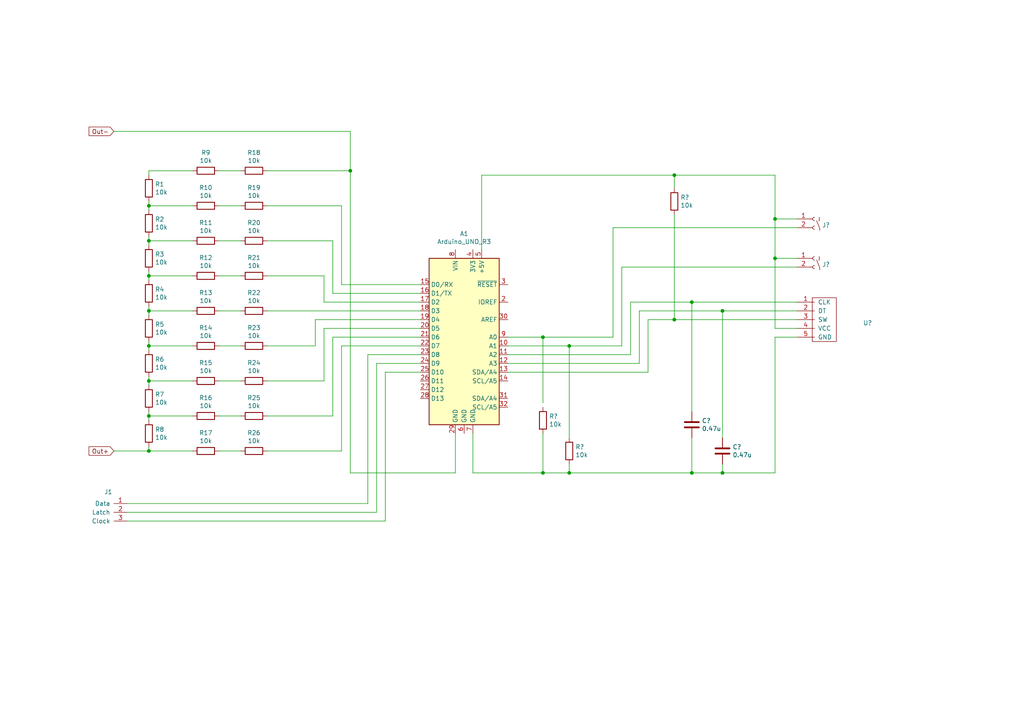
<source format=kicad_sch>
(kicad_sch (version 20211123) (generator eeschema)
  (paper "A4")
  (lib_symbols
    (symbol "Device:C" (pin_numbers hide) (pin_names (offset 0.254))
      (property "Reference" "C" (at 0.635 2.54 0))
      (property "Value" "C" (at 0.635 -2.54 0))
      (symbol "C_0_1"
        (polyline (pts (xy -2.032 -0.762) (xy 2.032 -0.762)) (stroke (width 0.508)))
        (polyline (pts (xy -2.032 0.762) (xy 2.032 0.762)) (stroke (width 0.508)))
      )
      (symbol "C_1_1"
        (pin passive line (at 0 3.81 270) (length 2.794) (name "~") (number "1"))
        (pin passive line (at 0 -3.81 90) (length 2.794) (name "~") (number "2"))
      )
    )
    (symbol "Device:R" (pin_numbers hide) (pin_names (offset 0))
      (property "Reference" "R" (at 2.032 0 90))
      (property "Value" "R" (at 0 0 90))
      (symbol "R_0_1"
        (rectangle (start -1.016 -2.54) (end 1.016 2.54) (stroke (width 0.254)))
      )
      (symbol "R_1_1"
        (pin passive line (at 0 3.81 270) (length 1.27) (name "~") (number "1"))
        (pin passive line (at 0 -3.81 90) (length 1.27) (name "~") (number "2"))
      )
    )
    (symbol "MCU_Module:Arduino_UNO_R3"
      (property "Reference" "A" (at -10.16 23.495 0))
      (property "Value" "Arduino_UNO_R3" (at 5.08 -26.67 0))
      (symbol "Arduino_UNO_R3_0_1"
        (rectangle (start -10.16 22.86) (end 10.16 -25.4) (stroke (width 0.254)) (fill (type background)))
      )
      (symbol "Arduino_UNO_R3_1_1"
        (pin no_connect line (at -10.16 -20.32 0) (length 2.54) hide (name "NC") (number "1"))
        (pin bidirectional line (at 12.7 -2.54 180) (length 2.54) (name "A1") (number "10"))
        (pin bidirectional line (at 12.7 -5.08 180) (length 2.54) (name "A2") (number "11"))
        (pin bidirectional line (at 12.7 -7.62 180) (length 2.54) (name "A3") (number "12"))
        (pin bidirectional line (at 12.7 -10.16 180) (length 2.54) (name "SDA/A4") (number "13"))
        (pin bidirectional line (at 12.7 -12.7 180) (length 2.54) (name "SCL/A5") (number "14"))
        (pin bidirectional line (at -12.7 15.24 0) (length 2.54) (name "D0/RX") (number "15"))
        (pin bidirectional line (at -12.7 12.7 0) (length 2.54) (name "D1/TX") (number "16"))
        (pin bidirectional line (at -12.7 10.16 0) (length 2.54) (name "D2") (number "17"))
        (pin bidirectional line (at -12.7 7.62 0) (length 2.54) (name "D3") (number "18"))
        (pin bidirectional line (at -12.7 5.08 0) (length 2.54) (name "D4") (number "19"))
        (pin output line (at 12.7 10.16 180) (length 2.54) (name "IOREF") (number "2"))
        (pin bidirectional line (at -12.7 2.54 0) (length 2.54) (name "D5") (number "20"))
        (pin bidirectional line (at -12.7 0 0) (length 2.54) (name "D6") (number "21"))
        (pin bidirectional line (at -12.7 -2.54 0) (length 2.54) (name "D7") (number "22"))
        (pin bidirectional line (at -12.7 -5.08 0) (length 2.54) (name "D8") (number "23"))
        (pin bidirectional line (at -12.7 -7.62 0) (length 2.54) (name "D9") (number "24"))
        (pin bidirectional line (at -12.7 -10.16 0) (length 2.54) (name "D10") (number "25"))
        (pin bidirectional line (at -12.7 -12.7 0) (length 2.54) (name "D11") (number "26"))
        (pin bidirectional line (at -12.7 -15.24 0) (length 2.54) (name "D12") (number "27"))
        (pin bidirectional line (at -12.7 -17.78 0) (length 2.54) (name "D13") (number "28"))
        (pin power_in line (at -2.54 -27.94 90) (length 2.54) (name "GND") (number "29"))
        (pin input line (at 12.7 15.24 180) (length 2.54) (name "~{RESET}") (number "3"))
        (pin input line (at 12.7 5.08 180) (length 2.54) (name "AREF") (number "30"))
        (pin bidirectional line (at 12.7 -17.78 180) (length 2.54) (name "SDA/A4") (number "31"))
        (pin bidirectional line (at 12.7 -20.32 180) (length 2.54) (name "SCL/A5") (number "32"))
        (pin power_out line (at 2.54 25.4 270) (length 2.54) (name "3V3") (number "4"))
        (pin power_out line (at 5.08 25.4 270) (length 2.54) (name "+5V") (number "5"))
        (pin power_in line (at 0 -27.94 90) (length 2.54) (name "GND") (number "6"))
        (pin power_in line (at 2.54 -27.94 90) (length 2.54) (name "GND") (number "7"))
        (pin power_in line (at -2.54 25.4 270) (length 2.54) (name "VIN") (number "8"))
        (pin bidirectional line (at 12.7 0 180) (length 2.54) (name "A0") (number "9"))
      )
    )
    (symbol "My_Headers:2-pin_NO_switch_header" (pin_names (offset 1.016) hide)
      (property "Reference" "J" (at 0 2.54 0))
      (symbol "2-pin_NO_switch_header_0_1"
        (polyline (pts (xy 1.524 -3.302) (xy 1.524 -2.667) (xy 0.635 -0.508)))
        (polyline (pts (xy 1.27 -0.508) (xy 1.397 -0.508) (xy 1.397 0.508) (xy 1.397 0.381)))
      )
      (symbol "2-pin_NO_switch_header_1_1"
        (arc (start 0 -2.032) (mid -0.508 -2.54) (end 0 -3.048) (stroke (width 0.1524)))
        (polyline (pts (xy -1.27 -2.54) (xy -0.508 -2.54)) (stroke (width 0.1524)))
        (polyline (pts (xy -1.27 0) (xy -0.508 0)) (stroke (width 0.1524)))
        (arc (start 0 0.508) (mid -0.508 0) (end 0 -0.508) (stroke (width 0.1524)))
        (pin input line (at -5.08 0 0) (length 3.81) (name "+") (number "1"))
        (pin output line (at -5.08 -2.54 0) (length 3.81) (name "Sig") (number "2"))
      )
    )
    (symbol "My_Headers:3-pin_LCD_header" (pin_names (offset 1.016))
      (property "Reference" "J" (at 0 5.08 0))
      (symbol "3-pin_LCD_header_1_1"
        (pin input line (at -5.08 2.54 0) (length 3.81) (name "Data") (number "1"))
        (pin input line (at -5.08 0 0) (length 3.81) (name "Latch") (number "2"))
        (pin input line (at -5.08 -2.54 0) (length 3.81) (name "Clock") (number "3"))
      )
    )
    (symbol "My_Parts:KY-040_Rotary_Encoder" (pin_names (offset 1.016))
      (property "Reference" "U" (at 0.635 2.54 0))
      (property "Value" "KY-040_Rotary_Encoder" (at 2.54 -13.335 0))
      (symbol "KY-040_Rotary_Encoder_0_1"
        (rectangle (start -0.635 -11.43) (end 6.35 1.27))
      )
      (symbol "KY-040_Rotary_Encoder_1_1"
        (pin output line (at -5.08 0 0) (length 5.08) (name "CLK") (number "1"))
        (pin output line (at -5.08 -2.54 0) (length 5.08) (name "DT") (number "2"))
        (pin output line (at -5.08 -5.08 0) (length 5.08) (name "SW") (number "3"))
        (pin power_in line (at -5.08 -7.62 0) (length 5.08) (name "VCC") (number "4"))
        (pin power_in line (at -5.08 -10.16 0) (length 5.08) (name "GND") (number "5"))
      )
    )
  )
  (junction (at 165.1 137.16))
  (junction (at 157.48 97.79))
  (junction (at 43.18 80.01))
  (junction (at 43.18 120.65))
  (junction (at 43.18 90.17))
  (junction (at 101.6 49.53))
  (junction (at 209.55 90.17))
  (junction (at 200.66 137.16))
  (junction (at 200.66 87.63))
  (junction (at 209.55 137.16))
  (junction (at 43.18 110.49))
  (junction (at 43.18 100.33))
  (junction (at 165.1 100.33))
  (junction (at 224.79 74.93))
  (junction (at 195.58 50.8))
  (junction (at 195.58 92.71))
  (junction (at 43.18 59.69))
  (junction (at 224.79 63.5))
  (junction (at 43.18 69.85))
  (junction (at 157.48 137.16))
  (junction (at 43.18 130.81))
  (wire (pts (xy 195.58 92.71) (xy 187.96 92.71)))
  (wire (pts (xy 101.6 137.16) (xy 132.08 137.16)))
  (wire (pts (xy 200.66 137.16) (xy 209.55 137.16)))
  (wire (pts (xy 231.14 77.47) (xy 180.34 77.47)))
  (wire (pts (xy 121.92 100.33) (xy 99.06 100.33)))
  (wire (pts (xy 99.06 100.33) (xy 99.06 130.81)))
  (wire (pts (xy 43.18 120.65) (xy 43.18 119.38)))
  (wire (pts (xy 43.18 100.33) (xy 43.18 99.06)))
  (wire (pts (xy 224.79 137.16) (xy 224.79 97.79)))
  (wire (pts (xy 231.14 87.63) (xy 200.66 87.63)))
  (wire (pts (xy 77.47 120.65) (xy 96.52 120.65)))
  (wire (pts (xy 55.88 80.01) (xy 43.18 80.01)))
  (wire (pts (xy 157.48 116.84) (xy 157.48 97.79)))
  (wire (pts (xy 63.5 59.69) (xy 69.85 59.69)))
  (wire (pts (xy 69.85 110.49) (xy 63.5 110.49)))
  (wire (pts (xy 157.48 125.73) (xy 157.48 137.16)))
  (wire (pts (xy 180.34 100.33) (xy 165.1 100.33)))
  (wire (pts (xy 93.98 110.49) (xy 77.47 110.49)))
  (wire (pts (xy 43.18 130.81) (xy 33.02 130.81)))
  (wire (pts (xy 43.18 110.49) (xy 43.18 109.22)))
  (wire (pts (xy 69.85 69.85) (xy 63.5 69.85)))
  (wire (pts (xy 55.88 90.17) (xy 43.18 90.17)))
  (wire (pts (xy 165.1 134.62) (xy 165.1 137.16)))
  (wire (pts (xy 43.18 91.44) (xy 43.18 90.17)))
  (wire (pts (xy 177.8 97.79) (xy 157.48 97.79)))
  (wire (pts (xy 121.92 102.87) (xy 106.68 102.87)))
  (wire (pts (xy 93.98 87.63) (xy 93.98 80.01)))
  (wire (pts (xy 43.18 111.76) (xy 43.18 110.49)))
  (wire (pts (xy 43.18 71.12) (xy 43.18 69.85)))
  (wire (pts (xy 101.6 49.53) (xy 101.6 137.16)))
  (wire (pts (xy 209.55 90.17) (xy 185.42 90.17)))
  (wire (pts (xy 101.6 38.1) (xy 33.02 38.1)))
  (wire (pts (xy 231.14 95.25) (xy 224.79 95.25)))
  (wire (pts (xy 224.79 74.93) (xy 224.79 63.5)))
  (wire (pts (xy 36.83 148.59) (xy 109.22 148.59)))
  (wire (pts (xy 137.16 137.16) (xy 157.48 137.16)))
  (wire (pts (xy 157.48 137.16) (xy 165.1 137.16)))
  (wire (pts (xy 43.18 60.96) (xy 43.18 59.69)))
  (wire (pts (xy 99.06 130.81) (xy 77.47 130.81)))
  (wire (pts (xy 200.66 87.63) (xy 182.88 87.63)))
  (wire (pts (xy 101.6 38.1) (xy 101.6 49.53)))
  (wire (pts (xy 43.18 80.01) (xy 43.18 78.74)))
  (wire (pts (xy 132.08 137.16) (xy 132.08 125.73)))
  (wire (pts (xy 43.18 130.81) (xy 43.18 129.54)))
  (wire (pts (xy 77.47 59.69) (xy 99.06 59.69)))
  (wire (pts (xy 43.18 69.85) (xy 43.18 68.58)))
  (wire (pts (xy 43.18 90.17) (xy 43.18 88.9)))
  (wire (pts (xy 209.55 137.16) (xy 224.79 137.16)))
  (wire (pts (xy 55.88 59.69) (xy 43.18 59.69)))
  (wire (pts (xy 55.88 100.33) (xy 43.18 100.33)))
  (wire (pts (xy 200.66 127) (xy 200.66 137.16)))
  (wire (pts (xy 77.47 100.33) (xy 91.44 100.33)))
  (wire (pts (xy 96.52 69.85) (xy 77.47 69.85)))
  (wire (pts (xy 106.68 102.87) (xy 106.68 146.05)))
  (wire (pts (xy 177.8 66.04) (xy 177.8 97.79)))
  (wire (pts (xy 55.88 120.65) (xy 43.18 120.65)))
  (wire (pts (xy 109.22 148.59) (xy 109.22 105.41)))
  (wire (pts (xy 121.92 92.71) (xy 91.44 92.71)))
  (wire (pts (xy 231.14 90.17) (xy 209.55 90.17)))
  (wire (pts (xy 121.92 87.63) (xy 93.98 87.63)))
  (wire (pts (xy 187.96 107.95) (xy 147.32 107.95)))
  (wire (pts (xy 121.92 90.17) (xy 77.47 90.17)))
  (wire (pts (xy 121.92 97.79) (xy 96.52 97.79)))
  (wire (pts (xy 157.48 97.79) (xy 147.32 97.79)))
  (wire (pts (xy 224.79 50.8) (xy 195.58 50.8)))
  (wire (pts (xy 109.22 105.41) (xy 121.92 105.41)))
  (wire (pts (xy 121.92 85.09) (xy 96.52 85.09)))
  (wire (pts (xy 185.42 105.41) (xy 147.32 105.41)))
  (wire (pts (xy 63.5 100.33) (xy 69.85 100.33)))
  (wire (pts (xy 77.47 80.01) (xy 93.98 80.01)))
  (wire (pts (xy 55.88 130.81) (xy 43.18 130.81)))
  (wire (pts (xy 200.66 119.38) (xy 200.66 87.63)))
  (wire (pts (xy 69.85 130.81) (xy 63.5 130.81)))
  (wire (pts (xy 55.88 49.53) (xy 43.18 49.53)))
  (wire (pts (xy 187.96 92.71) (xy 187.96 107.95)))
  (wire (pts (xy 43.18 121.92) (xy 43.18 120.65)))
  (wire (pts (xy 224.79 95.25) (xy 224.79 74.93)))
  (wire (pts (xy 224.79 97.79) (xy 231.14 97.79)))
  (wire (pts (xy 43.18 59.69) (xy 43.18 58.42)))
  (wire (pts (xy 96.52 85.09) (xy 96.52 69.85)))
  (wire (pts (xy 43.18 49.53) (xy 43.18 50.8)))
  (wire (pts (xy 137.16 125.73) (xy 137.16 137.16)))
  (wire (pts (xy 231.14 92.71) (xy 195.58 92.71)))
  (wire (pts (xy 224.79 63.5) (xy 224.79 50.8)))
  (wire (pts (xy 63.5 120.65) (xy 69.85 120.65)))
  (wire (pts (xy 36.83 146.05) (xy 106.68 146.05)))
  (wire (pts (xy 185.42 90.17) (xy 185.42 105.41)))
  (wire (pts (xy 91.44 92.71) (xy 91.44 100.33)))
  (wire (pts (xy 111.76 107.95) (xy 121.92 107.95)))
  (wire (pts (xy 195.58 54.61) (xy 195.58 50.8)))
  (wire (pts (xy 195.58 50.8) (xy 139.7 50.8)))
  (wire (pts (xy 43.18 101.6) (xy 43.18 100.33)))
  (wire (pts (xy 43.18 81.28) (xy 43.18 80.01)))
  (wire (pts (xy 96.52 97.79) (xy 96.52 120.65)))
  (wire (pts (xy 99.06 82.55) (xy 99.06 59.69)))
  (wire (pts (xy 63.5 80.01) (xy 69.85 80.01)))
  (wire (pts (xy 182.88 87.63) (xy 182.88 102.87)))
  (wire (pts (xy 165.1 137.16) (xy 200.66 137.16)))
  (wire (pts (xy 180.34 77.47) (xy 180.34 100.33)))
  (wire (pts (xy 111.76 151.13) (xy 111.76 107.95)))
  (wire (pts (xy 231.14 66.04) (xy 177.8 66.04)))
  (wire (pts (xy 77.47 49.53) (xy 101.6 49.53)))
  (wire (pts (xy 165.1 127) (xy 165.1 100.33)))
  (wire (pts (xy 165.1 100.33) (xy 147.32 100.33)))
  (wire (pts (xy 231.14 63.5) (xy 224.79 63.5)))
  (wire (pts (xy 93.98 95.25) (xy 93.98 110.49)))
  (wire (pts (xy 121.92 95.25) (xy 93.98 95.25)))
  (wire (pts (xy 36.83 151.13) (xy 111.76 151.13)))
  (wire (pts (xy 55.88 69.85) (xy 43.18 69.85)))
  (wire (pts (xy 231.14 74.93) (xy 224.79 74.93)))
  (wire (pts (xy 69.85 90.17) (xy 63.5 90.17)))
  (wire (pts (xy 55.88 110.49) (xy 43.18 110.49)))
  (wire (pts (xy 182.88 102.87) (xy 147.32 102.87)))
  (wire (pts (xy 209.55 134.62) (xy 209.55 137.16)))
  (wire (pts (xy 121.92 82.55) (xy 99.06 82.55)))
  (wire (pts (xy 139.7 72.39) (xy 139.7 50.8)))
  (wire (pts (xy 195.58 62.23) (xy 195.58 92.71)))
  (wire (pts (xy 63.5 49.53) (xy 69.85 49.53)))
  (wire (pts (xy 209.55 127) (xy 209.55 90.17)))
  (global_label "Out-" (shape input) (at 33.02 38.1 180) (property "Intersheet References" "${INTERSHEET_REFS}" (effects hide)))
  (global_label "Out+" (shape input) (at 33.02 130.81 180) (property "Intersheet References" "${INTERSHEET_REFS}" (effects hide)))
  (symbol (lib_id "Device:R") (at 59.69 59.69 270) (unit 1)
    (property "Reference" "R10" (at 59.69 54.4322 90))
    (property "Value" "10k" (at 59.69 56.7436 90))
    (property "Footprint" "My_Misc:R_Axial_DIN0207_L6.3mm_D2.5mm_P10.16mm_Horizontal_larger_pads" (effects hide))
  )
  (symbol (lib_id "Device:R") (at 59.69 69.85 270) (unit 1)
    (property "Reference" "R11" (at 59.69 64.5922 90))
    (property "Value" "10k" (at 59.69 66.9036 90))
    (property "Footprint" "My_Misc:R_Axial_DIN0207_L6.3mm_D2.5mm_P10.16mm_Horizontal_larger_pads" (effects hide))
  )
  (symbol (lib_id "Device:R") (at 59.69 80.01 270) (unit 1)
    (property "Reference" "R12" (at 59.69 74.7522 90))
    (property "Value" "10k" (at 59.69 77.0636 90))
    (property "Footprint" "My_Misc:R_Axial_DIN0207_L6.3mm_D2.5mm_P10.16mm_Horizontal_larger_pads" (effects hide))
  )
  (symbol (lib_id "Device:R") (at 59.69 90.17 270) (unit 1)
    (property "Reference" "R13" (at 59.69 84.9122 90))
    (property "Value" "10k" (at 59.69 87.2236 90))
    (property "Footprint" "My_Misc:R_Axial_DIN0207_L6.3mm_D2.5mm_P10.16mm_Horizontal_larger_pads" (effects hide))
  )
  (symbol (lib_id "Device:R") (at 59.69 100.33 270) (unit 1)
    (property "Reference" "R14" (at 59.69 95.0722 90))
    (property "Value" "10k" (at 59.69 97.3836 90))
    (property "Footprint" "My_Misc:R_Axial_DIN0207_L6.3mm_D2.5mm_P10.16mm_Horizontal_larger_pads" (effects hide))
  )
  (symbol (lib_id "Device:R") (at 59.69 110.49 270) (unit 1)
    (property "Reference" "R15" (at 59.69 105.2322 90))
    (property "Value" "10k" (at 59.69 107.5436 90))
    (property "Footprint" "My_Misc:R_Axial_DIN0207_L6.3mm_D2.5mm_P10.16mm_Horizontal_larger_pads" (effects hide))
  )
  (symbol (lib_id "Device:R") (at 59.69 120.65 270) (unit 1)
    (property "Reference" "R16" (at 59.69 115.3922 90))
    (property "Value" "10k" (at 59.69 117.7036 90))
    (property "Footprint" "My_Misc:R_Axial_DIN0207_L6.3mm_D2.5mm_P10.16mm_Horizontal_larger_pads" (effects hide))
  )
  (symbol (lib_id "Device:R") (at 59.69 49.53 270) (unit 1)
    (property "Reference" "R9" (at 59.69 44.2722 90))
    (property "Value" "10k" (at 59.69 46.5836 90))
    (property "Footprint" "My_Misc:R_Axial_DIN0207_L6.3mm_D2.5mm_P10.16mm_Horizontal_larger_pads" (effects hide))
  )
  (symbol (lib_id "Device:R") (at 59.69 130.81 270) (unit 1)
    (property "Reference" "R17" (at 59.69 125.5522 90))
    (property "Value" "10k" (at 59.69 127.8636 90))
    (property "Footprint" "My_Misc:R_Axial_DIN0207_L6.3mm_D2.5mm_P10.16mm_Horizontal_larger_pads" (effects hide))
  )
  (symbol (lib_id "Device:R") (at 43.18 64.77 0) (unit 1)
    (property "Reference" "R2" (at 44.958 63.6016 0) (effects (justify left)))
    (property "Value" "10k" (at 44.958 65.913 0) (effects (justify left)))
    (property "Footprint" "My_Misc:R_Axial_DIN0207_L6.3mm_D2.5mm_P10.16mm_Horizontal_larger_pads" (effects hide))
  )
  (symbol (lib_id "Device:R") (at 43.18 74.93 0) (unit 1)
    (property "Reference" "R3" (at 44.958 73.7616 0) (effects (justify left)))
    (property "Value" "10k" (at 44.958 76.073 0) (effects (justify left)))
    (property "Footprint" "My_Misc:R_Axial_DIN0207_L6.3mm_D2.5mm_P10.16mm_Horizontal_larger_pads" (effects hide))
  )
  (symbol (lib_id "Device:R") (at 43.18 85.09 0) (unit 1)
    (property "Reference" "R4" (at 44.958 83.9216 0) (effects (justify left)))
    (property "Value" "10k" (at 44.958 86.233 0) (effects (justify left)))
    (property "Footprint" "My_Misc:R_Axial_DIN0207_L6.3mm_D2.5mm_P10.16mm_Horizontal_larger_pads" (effects hide))
  )
  (symbol (lib_id "Device:R") (at 43.18 95.25 0) (unit 1)
    (property "Reference" "R5" (at 44.958 94.0816 0) (effects (justify left)))
    (property "Value" "10k" (at 44.958 96.393 0) (effects (justify left)))
    (property "Footprint" "My_Misc:R_Axial_DIN0207_L6.3mm_D2.5mm_P10.16mm_Horizontal_larger_pads" (effects hide))
  )
  (symbol (lib_id "Device:R") (at 43.18 105.41 0) (unit 1)
    (property "Reference" "R6" (at 44.958 104.2416 0) (effects (justify left)))
    (property "Value" "10k" (at 44.958 106.553 0) (effects (justify left)))
    (property "Footprint" "My_Misc:R_Axial_DIN0207_L6.3mm_D2.5mm_P10.16mm_Horizontal_larger_pads" (effects hide))
  )
  (symbol (lib_id "Device:R") (at 43.18 115.57 0) (unit 1)
    (property "Reference" "R7" (at 44.958 114.4016 0) (effects (justify left)))
    (property "Value" "10k" (at 44.958 116.713 0) (effects (justify left)))
    (property "Footprint" "My_Misc:R_Axial_DIN0207_L6.3mm_D2.5mm_P10.16mm_Horizontal_larger_pads" (effects hide))
  )
  (symbol (lib_id "Device:R") (at 43.18 125.73 0) (unit 1)
    (property "Reference" "R8" (at 44.958 124.5616 0) (effects (justify left)))
    (property "Value" "10k" (at 44.958 126.873 0) (effects (justify left)))
    (property "Footprint" "My_Misc:R_Axial_DIN0207_L6.3mm_D2.5mm_P10.16mm_Horizontal_larger_pads" (effects hide))
  )
  (symbol (lib_id "Device:R") (at 43.18 54.61 0) (unit 1)
    (property "Reference" "R1" (at 44.958 53.4416 0) (effects (justify left)))
    (property "Value" "10k" (at 44.958 55.753 0) (effects (justify left)))
    (property "Footprint" "My_Misc:R_Axial_DIN0207_L6.3mm_D2.5mm_P10.16mm_Horizontal_larger_pads" (effects hide))
  )
  (symbol (lib_id "MCU_Module:Arduino_UNO_R3") (at 134.62 97.79 0) (unit 1)
    (property "Reference" "A1" (at 134.62 67.7926 0))
    (property "Value" "Arduino_UNO_R3" (at 134.62 70.104 0))
    (property "Footprint" "My_Arduino:Arduino_UNO_R3_shield_larger_pads" (effects hide))
    (property "Datasheet" "https://www.arduino.cc/en/Main/arduinoBoardUno" (effects hide))
  )
  (symbol (lib_id "My_Headers:2-pin_NO_switch_header") (at 236.22 63.5 0) (unit 1)
    (property "Reference" "J?" (at 238.4552 65.278 0) (effects (justify left)))
    (property "Value" "2-pin_NO_switch_header" (effects hide))
    (property "Footprint" "My_Headers:2-pin_NO_switch_header" (effects hide))
  )
  (symbol (lib_id "My_Headers:2-pin_NO_switch_header") (at 236.22 74.93 0) (unit 1)
    (property "Reference" "J?" (at 238.4552 76.708 0) (effects (justify left)))
    (property "Value" "2-pin_NO_switch_header" (effects hide))
    (property "Footprint" "My_Headers:2-pin_NO_switch_header" (effects hide))
  )
  (symbol (lib_id "My_Parts:KY-040_Rotary_Encoder") (at 236.22 87.63 0) (unit 1)
    (property "Reference" "U?" (at 250.317 93.6752 0) (effects (justify left)))
    (property "Value" "KY-040_Rotary_Encoder" (effects hide))
  )
  (symbol (lib_id "My_Headers:3-pin_LCD_header") (at 31.75 148.59 0) (mirror y) (unit 1)
    (property "Reference" "J1" (at 31.4198 142.6718 0))
    (property "Value" "3-pin_LCD_header" (effects hide))
    (property "Footprint" "My_Headers:3-pin_LCD_header" (effects hide))
  )
  (symbol (lib_id "Device:R") (at 195.58 58.42 0) (unit 1)
    (property "Reference" "R?" (at 197.358 57.2516 0) (effects (justify left)))
    (property "Value" "10k" (at 197.358 59.563 0) (effects (justify left)))
  )
  (symbol (lib_id "Device:C") (at 200.66 123.19 0) (unit 1)
    (property "Reference" "C?" (at 203.581 122.0216 0) (effects (justify left)))
    (property "Value" "0.47u" (at 203.581 124.333 0) (effects (justify left)))
  )
  (symbol (lib_id "Device:C") (at 209.55 130.81 0) (unit 1)
    (property "Reference" "C?" (at 212.471 129.6416 0) (effects (justify left)))
    (property "Value" "0.47u" (at 212.471 131.953 0) (effects (justify left)))
  )
  (symbol (lib_id "Device:R") (at 157.48 121.92 0) (unit 1)
    (property "Reference" "R?" (at 159.258 120.7516 0) (effects (justify left)))
    (property "Value" "10k" (at 159.258 123.063 0) (effects (justify left)))
  )
  (symbol (lib_id "Device:R") (at 165.1 130.81 0) (unit 1)
    (property "Reference" "R?" (at 166.878 129.6416 0) (effects (justify left)))
    (property "Value" "10k" (at 166.878 131.953 0) (effects (justify left)))
  )
  (symbol (lib_id "Device:R") (at 73.66 49.53 270) (unit 1)
    (property "Reference" "R18" (at 73.66 44.2722 90))
    (property "Value" "10k" (at 73.66 46.5836 90))
    (property "Footprint" "My_Misc:R_Axial_DIN0207_L6.3mm_D2.5mm_P10.16mm_Horizontal_larger_pads" (effects hide))
  )
  (symbol (lib_id "Device:R") (at 73.66 59.69 270) (unit 1)
    (property "Reference" "R19" (at 73.66 54.4322 90))
    (property "Value" "10k" (at 73.66 56.7436 90))
    (property "Footprint" "My_Misc:R_Axial_DIN0207_L6.3mm_D2.5mm_P10.16mm_Horizontal_larger_pads" (effects hide))
  )
  (symbol (lib_id "Device:R") (at 73.66 69.85 270) (unit 1)
    (property "Reference" "R20" (at 73.66 64.5922 90))
    (property "Value" "10k" (at 73.66 66.9036 90))
    (property "Footprint" "My_Misc:R_Axial_DIN0207_L6.3mm_D2.5mm_P10.16mm_Horizontal_larger_pads" (effects hide))
  )
  (symbol (lib_id "Device:R") (at 73.66 80.01 270) (unit 1)
    (property "Reference" "R21" (at 73.66 74.7522 90))
    (property "Value" "10k" (at 73.66 77.0636 90))
    (property "Footprint" "My_Misc:R_Axial_DIN0207_L6.3mm_D2.5mm_P10.16mm_Horizontal_larger_pads" (effects hide))
  )
  (symbol (lib_id "Device:R") (at 73.66 90.17 270) (unit 1)
    (property "Reference" "R22" (at 73.66 84.9122 90))
    (property "Value" "10k" (at 73.66 87.2236 90))
    (property "Footprint" "My_Misc:R_Axial_DIN0207_L6.3mm_D2.5mm_P10.16mm_Horizontal_larger_pads" (effects hide))
  )
  (symbol (lib_id "Device:R") (at 73.66 100.33 270) (unit 1)
    (property "Reference" "R23" (at 73.66 95.0722 90))
    (property "Value" "10k" (at 73.66 97.3836 90))
    (property "Footprint" "My_Misc:R_Axial_DIN0207_L6.3mm_D2.5mm_P10.16mm_Horizontal_larger_pads" (effects hide))
  )
  (symbol (lib_id "Device:R") (at 73.66 110.49 270) (unit 1)
    (property "Reference" "R24" (at 73.66 105.2322 90))
    (property "Value" "10k" (at 73.66 107.5436 90))
    (property "Footprint" "My_Misc:R_Axial_DIN0207_L6.3mm_D2.5mm_P10.16mm_Horizontal_larger_pads" (effects hide))
  )
  (symbol (lib_id "Device:R") (at 73.66 120.65 270) (unit 1)
    (property "Reference" "R25" (at 73.66 115.3922 90))
    (property "Value" "10k" (at 73.66 117.7036 90))
    (property "Footprint" "My_Misc:R_Axial_DIN0207_L6.3mm_D2.5mm_P10.16mm_Horizontal_larger_pads" (effects hide))
  )
  (symbol (lib_id "Device:R") (at 73.66 130.81 270) (unit 1)
    (property "Reference" "R26" (at 73.66 125.5522 90))
    (property "Value" "10k" (at 73.66 127.8636 90))
    (property "Footprint" "My_Misc:R_Axial_DIN0207_L6.3mm_D2.5mm_P10.16mm_Horizontal_larger_pads" (effects hide))
  )
)
</source>
